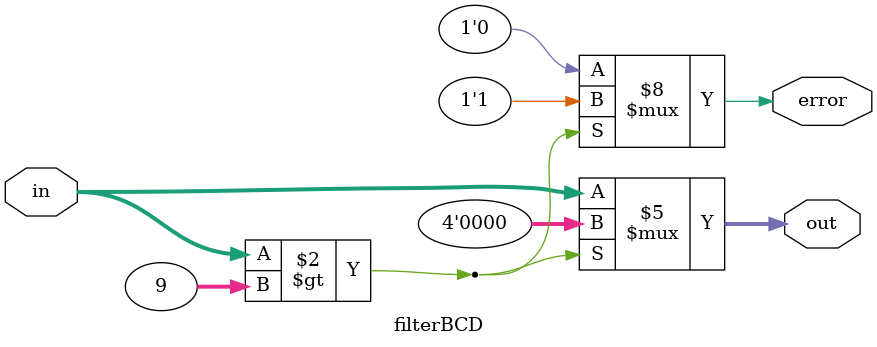
<source format=v>
module filterBCD
(
    in,     //Entrada de datos
    out,    //Salida de datos
    error   //Flag de error o invalido
);

input [3:0] in;

output[3:0] out;
output error;

wire [3:0] in;
reg [3:0] out;
reg error;

initial begin
  error = 0;
  out = 0;
end

always @ (in) begin
  if (in>9) begin
    error = 1;
    out = 0;
  end
  else begin
    error = 0;
    out = in;
  end
end



endmodule
</source>
